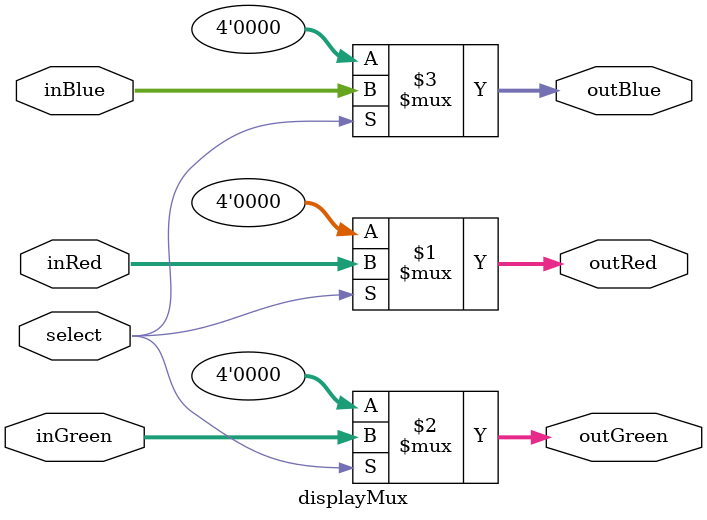
<source format=sv>

module displayMux
		(input select,
		 input [3:0] inRed, inGreen, inBlue,
		 output [3:0] outRed, outGreen, outBlue);

	assign outRed 		= (select) ? inRed : 4'b0000;
	assign outGreen 	= (select) ? inGreen : 4'b0000;
	assign outBlue 	= (select) ? inBlue : 4'b0000;

endmodule
</source>
